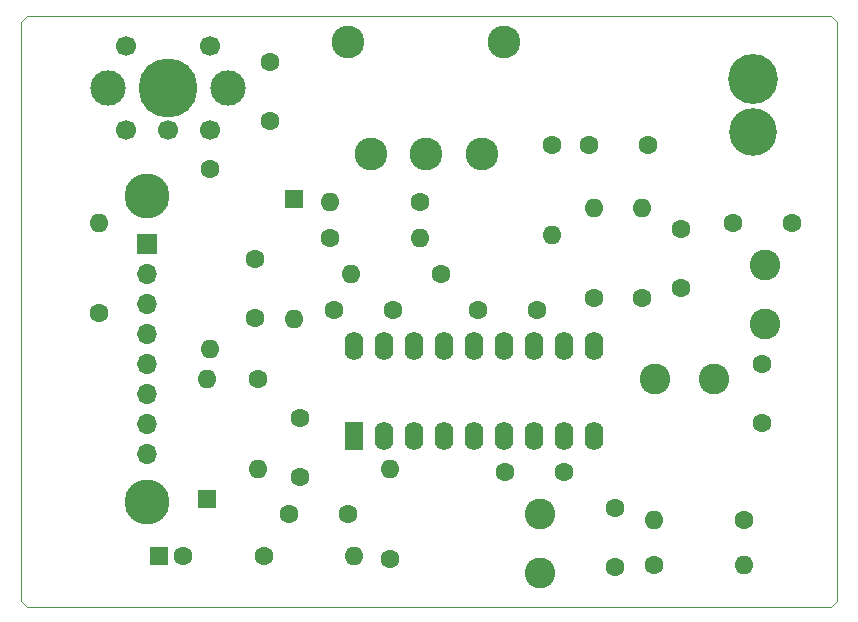
<source format=gbr>
%TF.GenerationSoftware,KiCad,Pcbnew,7.0.11-7.0.11~ubuntu22.04.1*%
%TF.CreationDate,2024-10-09T20:20:53-04:00*%
%TF.ProjectId,sub_rf_mod,7375625f-7266-45f6-9d6f-642e6b696361,rev?*%
%TF.SameCoordinates,Original*%
%TF.FileFunction,Soldermask,Top*%
%TF.FilePolarity,Negative*%
%FSLAX46Y46*%
G04 Gerber Fmt 4.6, Leading zero omitted, Abs format (unit mm)*
G04 Created by KiCad (PCBNEW 7.0.11-7.0.11~ubuntu22.04.1) date 2024-10-09 20:20:53*
%MOMM*%
%LPD*%
G01*
G04 APERTURE LIST*
%ADD10R,1.600000X1.600000*%
%ADD11O,1.600000X1.600000*%
%ADD12C,1.600000*%
%ADD13R,1.700000X1.700000*%
%ADD14O,1.700000X1.700000*%
%ADD15C,2.600000*%
%ADD16C,3.800000*%
%ADD17R,1.600000X2.400000*%
%ADD18O,1.600000X2.400000*%
%ADD19C,2.775000*%
%ADD20C,0.001000*%
%ADD21C,4.227000*%
%ADD22C,4.039000*%
%ADD23C,1.700000*%
%ADD24C,5.000000*%
%ADD25C,3.000000*%
%TA.AperFunction,Profile*%
%ADD26C,0.100000*%
%TD*%
G04 APERTURE END LIST*
D10*
%TO.C,RF_D2*%
X140208000Y-78740000D03*
D11*
X140208000Y-88900000D03*
%TD*%
D12*
%TO.C,RF_C9*%
X172974000Y-86320000D03*
X172974000Y-81320000D03*
%TD*%
D10*
%TO.C,RF_C13*%
X128809328Y-108966000D03*
D12*
X130809328Y-108966000D03*
%TD*%
%TO.C,RF_C3*%
X140716000Y-97322000D03*
X140716000Y-102322000D03*
%TD*%
%TO.C,RF_JP1*%
X133096000Y-76200000D03*
D11*
X133096000Y-91440000D03*
%TD*%
D12*
%TO.C,RF_R10*%
X150876000Y-78994000D03*
D11*
X143256000Y-78994000D03*
%TD*%
D13*
%TO.C,J4B1*%
X127762000Y-82550000D03*
D14*
X127762000Y-85090000D03*
X127762000Y-87630000D03*
X127762000Y-90170000D03*
X127762000Y-92710000D03*
X127762000Y-95250000D03*
X127762000Y-97790000D03*
X127762000Y-100330000D03*
%TD*%
D12*
%TO.C,RF_C2*%
X136906000Y-83860000D03*
X136906000Y-88860000D03*
%TD*%
%TO.C,RF_R6*%
X170688000Y-109728000D03*
D11*
X178308000Y-109728000D03*
%TD*%
D12*
%TO.C,RF_C10*%
X179832000Y-97750000D03*
X179832000Y-92750000D03*
%TD*%
D15*
%TO.C,RF_L3*%
X161036000Y-105410000D03*
X161036000Y-110410000D03*
%TD*%
D16*
%TO.C,H17*%
X127762000Y-78486000D03*
%TD*%
D17*
%TO.C,RF_U1*%
X145288000Y-98821000D03*
D18*
X147828000Y-98821000D03*
X150368000Y-98821000D03*
X152908000Y-98821000D03*
X155448000Y-98821000D03*
X157988000Y-98821000D03*
X160528000Y-98821000D03*
X163068000Y-98821000D03*
X165608000Y-98821000D03*
X165608000Y-91201000D03*
X163068000Y-91201000D03*
X160528000Y-91201000D03*
X157988000Y-91201000D03*
X155448000Y-91201000D03*
X152908000Y-91201000D03*
X150368000Y-91201000D03*
X147828000Y-91201000D03*
X145288000Y-91201000D03*
%TD*%
D12*
%TO.C,RF_C12*%
X163028000Y-101854000D03*
X158028000Y-101854000D03*
%TD*%
%TO.C,RF_R2*%
X137160000Y-93980000D03*
D11*
X137160000Y-101600000D03*
%TD*%
D12*
%TO.C,RF_C1*%
X138176000Y-72136000D03*
X138176000Y-67136000D03*
%TD*%
%TO.C,RF_C7*%
X155742000Y-88138000D03*
X160742000Y-88138000D03*
%TD*%
%TO.C,RF_R9*%
X162052000Y-74168000D03*
D11*
X162052000Y-81788000D03*
%TD*%
D19*
%TO.C,RF_SW1*%
X156084500Y-75003000D03*
X151384500Y-75003000D03*
X146684500Y-75003000D03*
X144779500Y-65473000D03*
X157989500Y-65473000D03*
%TD*%
D20*
%TO.C,RF_J1*%
X183320000Y-65430000D03*
X174820000Y-65430000D03*
D21*
X179070000Y-68580000D03*
D22*
X179070000Y-73080000D03*
%TD*%
D16*
%TO.C,H16*%
X127762000Y-104394000D03*
%TD*%
D12*
%TO.C,RF_R5*%
X178308000Y-105918000D03*
D11*
X170688000Y-105918000D03*
%TD*%
D12*
%TO.C,RF_C6*%
X167386000Y-104942000D03*
X167386000Y-109942000D03*
%TD*%
D15*
%TO.C,RF_L2*%
X170728000Y-93980000D03*
X175728000Y-93980000D03*
%TD*%
D12*
%TO.C,RF_C8*%
X165140000Y-74168000D03*
X170140000Y-74168000D03*
%TD*%
%TO.C,RF_C5*%
X143550000Y-88138000D03*
X148550000Y-88138000D03*
%TD*%
D10*
%TO.C,RF_D1*%
X132842000Y-104140000D03*
D11*
X132842000Y-93980000D03*
%TD*%
D12*
%TO.C,RF_C11*%
X177332000Y-80772000D03*
X182332000Y-80772000D03*
%TD*%
%TO.C,RF_C4*%
X144740000Y-105410000D03*
X139740000Y-105410000D03*
%TD*%
%TO.C,RF_R11*%
X143256000Y-82042000D03*
D11*
X150876000Y-82042000D03*
%TD*%
D12*
%TO.C,RF_R7*%
X169672000Y-87122000D03*
D11*
X169672000Y-79502000D03*
%TD*%
D12*
%TO.C,RF_R8*%
X165608000Y-87122000D03*
D11*
X165608000Y-79502000D03*
%TD*%
D12*
%TO.C,RF_R1*%
X123698000Y-88392000D03*
D11*
X123698000Y-80772000D03*
%TD*%
D15*
%TO.C,RF_L1*%
X180086000Y-89368000D03*
X180086000Y-84368000D03*
%TD*%
D23*
%TO.C,RF_VL1*%
X125984000Y-72898000D03*
X129540000Y-72898000D03*
X133096000Y-72898000D03*
X133096000Y-65786000D03*
X125984000Y-65786000D03*
D24*
X129540000Y-69342000D03*
D25*
X124460000Y-69342000D03*
X134620000Y-69342000D03*
%TD*%
D12*
%TO.C,RF_R3*%
X137668000Y-108966000D03*
D11*
X145288000Y-108966000D03*
%TD*%
D12*
%TO.C,RF_R4*%
X148336000Y-109220000D03*
D11*
X148336000Y-101600000D03*
%TD*%
D12*
%TO.C,RF_R12*%
X152654000Y-85090000D03*
D11*
X145034000Y-85090000D03*
%TD*%
D26*
X186182000Y-112776000D02*
X186182000Y-63754000D01*
X185674000Y-113284000D02*
X186182000Y-112776000D01*
X117094000Y-112776000D02*
X117094000Y-63754000D01*
X117602000Y-63246000D02*
X117094000Y-63754000D01*
X117602000Y-63246000D02*
X185674000Y-63246000D01*
X117602000Y-113284000D02*
X185674000Y-113284000D01*
X117094000Y-112776000D02*
X117602000Y-113284000D01*
X185674000Y-63246000D02*
X186182000Y-63754000D01*
M02*

</source>
